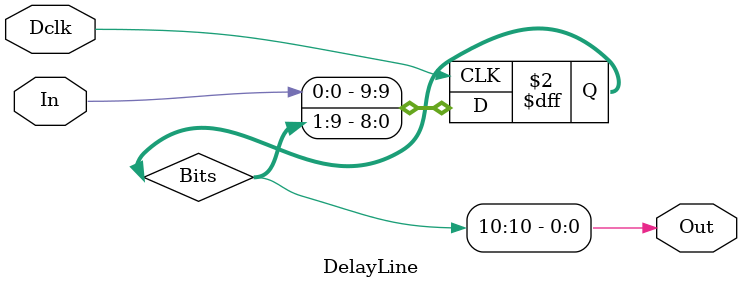
<source format=v>
`timescale 1ns / 1ps
module DelayLine(Dclk, In, Out);
parameter Ns = 100;
input wire Dclk;   // Delay clock (10ns)
input wire In;      // Data to be delayed
output wire Out;   // Delayed data

reg [1:Ns/10] Bits;

assign Out = Bits[Ns/10];

always @(posedge Dclk)
begin
   Bits = {In, Bits[1:Ns/10-1]};
end
endmodule

</source>
